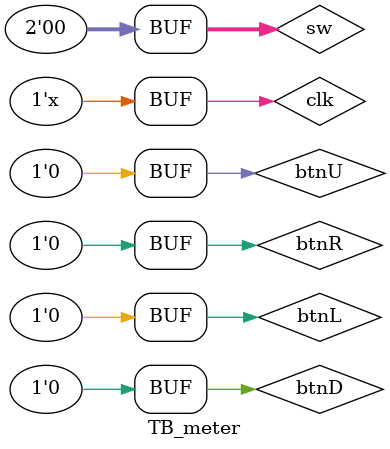
<source format=v>
`timescale 1ns / 1ps

module TB_meter();

reg clk = 0;
reg btnU, btnL, btnR, btnD;
reg [1:0] sw;
wire [6:0] seg;
wire [3:0] anode;

Meter m(
    clk,
    btnU, btnL, btnR, btnD,
    sw,
    seg, anode
);

always #(5*100000) clk = ~clk;

initial begin

    btnU = 0;   //  10
    btnL = 0;   //  180
    btnR = 0;   //  200
    btnD = 0;   //  550
    sw[0] = 0;  //  set to 10
    sw[1] = 0;  //  set to 205
    #10000000;
    btnU = 1;
    #10000000;
    btnU = 0;
    #2000000000
    #2000000000
    #2000000000
    #2000000000
    #2000000000
    #2000000000
    
    btnL = 1;
    #10000000;
    btnL = 0;
    #2000000000
    #2000000000
    sw[0] = 1;
    #10000000;
    sw[0] = 0;

end

endmodule

</source>
